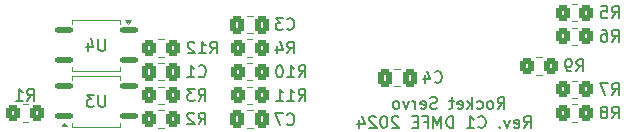
<source format=gbo>
G04 #@! TF.GenerationSoftware,KiCad,Pcbnew,8.0.5*
G04 #@! TF.CreationDate,2024-10-17T19:27:39-07:00*
G04 #@! TF.ProjectId,RocketServo,526f636b-6574-4536-9572-766f2e6b6963,B*
G04 #@! TF.SameCoordinates,Original*
G04 #@! TF.FileFunction,Legend,Bot*
G04 #@! TF.FilePolarity,Positive*
%FSLAX46Y46*%
G04 Gerber Fmt 4.6, Leading zero omitted, Abs format (unit mm)*
G04 Created by KiCad (PCBNEW 8.0.5) date 2024-10-17 19:27:39*
%MOMM*%
%LPD*%
G01*
G04 APERTURE LIST*
G04 Aperture macros list*
%AMRoundRect*
0 Rectangle with rounded corners*
0 $1 Rounding radius*
0 $2 $3 $4 $5 $6 $7 $8 $9 X,Y pos of 4 corners*
0 Add a 4 corners polygon primitive as box body*
4,1,4,$2,$3,$4,$5,$6,$7,$8,$9,$2,$3,0*
0 Add four circle primitives for the rounded corners*
1,1,$1+$1,$2,$3*
1,1,$1+$1,$4,$5*
1,1,$1+$1,$6,$7*
1,1,$1+$1,$8,$9*
0 Add four rect primitives between the rounded corners*
20,1,$1+$1,$2,$3,$4,$5,0*
20,1,$1+$1,$4,$5,$6,$7,0*
20,1,$1+$1,$6,$7,$8,$9,0*
20,1,$1+$1,$8,$9,$2,$3,0*%
G04 Aperture macros list end*
%ADD10C,0.150000*%
%ADD11C,0.120000*%
%ADD12R,1.700000X1.700000*%
%ADD13O,1.700000X1.700000*%
%ADD14R,1.600000X1.600000*%
%ADD15C,1.600000*%
%ADD16RoundRect,0.250000X0.350000X0.450000X-0.350000X0.450000X-0.350000X-0.450000X0.350000X-0.450000X0*%
%ADD17RoundRect,0.250000X0.337500X0.475000X-0.337500X0.475000X-0.337500X-0.475000X0.337500X-0.475000X0*%
%ADD18RoundRect,0.137500X0.587500X0.137500X-0.587500X0.137500X-0.587500X-0.137500X0.587500X-0.137500X0*%
%ADD19RoundRect,0.250000X-0.350000X-0.450000X0.350000X-0.450000X0.350000X0.450000X-0.350000X0.450000X0*%
%ADD20RoundRect,0.137500X-0.587500X-0.137500X0.587500X-0.137500X0.587500X0.137500X-0.587500X0.137500X0*%
%ADD21RoundRect,0.250000X-0.337500X-0.475000X0.337500X-0.475000X0.337500X0.475000X-0.337500X0.475000X0*%
G04 APERTURE END LIST*
D10*
X139500001Y-93649847D02*
X139833334Y-93173656D01*
X140071429Y-93649847D02*
X140071429Y-92649847D01*
X140071429Y-92649847D02*
X139690477Y-92649847D01*
X139690477Y-92649847D02*
X139595239Y-92697466D01*
X139595239Y-92697466D02*
X139547620Y-92745085D01*
X139547620Y-92745085D02*
X139500001Y-92840323D01*
X139500001Y-92840323D02*
X139500001Y-92983180D01*
X139500001Y-92983180D02*
X139547620Y-93078418D01*
X139547620Y-93078418D02*
X139595239Y-93126037D01*
X139595239Y-93126037D02*
X139690477Y-93173656D01*
X139690477Y-93173656D02*
X140071429Y-93173656D01*
X138928572Y-93649847D02*
X139023810Y-93602228D01*
X139023810Y-93602228D02*
X139071429Y-93554608D01*
X139071429Y-93554608D02*
X139119048Y-93459370D01*
X139119048Y-93459370D02*
X139119048Y-93173656D01*
X139119048Y-93173656D02*
X139071429Y-93078418D01*
X139071429Y-93078418D02*
X139023810Y-93030799D01*
X139023810Y-93030799D02*
X138928572Y-92983180D01*
X138928572Y-92983180D02*
X138785715Y-92983180D01*
X138785715Y-92983180D02*
X138690477Y-93030799D01*
X138690477Y-93030799D02*
X138642858Y-93078418D01*
X138642858Y-93078418D02*
X138595239Y-93173656D01*
X138595239Y-93173656D02*
X138595239Y-93459370D01*
X138595239Y-93459370D02*
X138642858Y-93554608D01*
X138642858Y-93554608D02*
X138690477Y-93602228D01*
X138690477Y-93602228D02*
X138785715Y-93649847D01*
X138785715Y-93649847D02*
X138928572Y-93649847D01*
X137738096Y-93602228D02*
X137833334Y-93649847D01*
X137833334Y-93649847D02*
X138023810Y-93649847D01*
X138023810Y-93649847D02*
X138119048Y-93602228D01*
X138119048Y-93602228D02*
X138166667Y-93554608D01*
X138166667Y-93554608D02*
X138214286Y-93459370D01*
X138214286Y-93459370D02*
X138214286Y-93173656D01*
X138214286Y-93173656D02*
X138166667Y-93078418D01*
X138166667Y-93078418D02*
X138119048Y-93030799D01*
X138119048Y-93030799D02*
X138023810Y-92983180D01*
X138023810Y-92983180D02*
X137833334Y-92983180D01*
X137833334Y-92983180D02*
X137738096Y-93030799D01*
X137309524Y-93649847D02*
X137309524Y-92649847D01*
X137214286Y-93268894D02*
X136928572Y-93649847D01*
X136928572Y-92983180D02*
X137309524Y-93364132D01*
X136119048Y-93602228D02*
X136214286Y-93649847D01*
X136214286Y-93649847D02*
X136404762Y-93649847D01*
X136404762Y-93649847D02*
X136500000Y-93602228D01*
X136500000Y-93602228D02*
X136547619Y-93506989D01*
X136547619Y-93506989D02*
X136547619Y-93126037D01*
X136547619Y-93126037D02*
X136500000Y-93030799D01*
X136500000Y-93030799D02*
X136404762Y-92983180D01*
X136404762Y-92983180D02*
X136214286Y-92983180D01*
X136214286Y-92983180D02*
X136119048Y-93030799D01*
X136119048Y-93030799D02*
X136071429Y-93126037D01*
X136071429Y-93126037D02*
X136071429Y-93221275D01*
X136071429Y-93221275D02*
X136547619Y-93316513D01*
X135785714Y-92983180D02*
X135404762Y-92983180D01*
X135642857Y-92649847D02*
X135642857Y-93506989D01*
X135642857Y-93506989D02*
X135595238Y-93602228D01*
X135595238Y-93602228D02*
X135500000Y-93649847D01*
X135500000Y-93649847D02*
X135404762Y-93649847D01*
X134357142Y-93602228D02*
X134214285Y-93649847D01*
X134214285Y-93649847D02*
X133976190Y-93649847D01*
X133976190Y-93649847D02*
X133880952Y-93602228D01*
X133880952Y-93602228D02*
X133833333Y-93554608D01*
X133833333Y-93554608D02*
X133785714Y-93459370D01*
X133785714Y-93459370D02*
X133785714Y-93364132D01*
X133785714Y-93364132D02*
X133833333Y-93268894D01*
X133833333Y-93268894D02*
X133880952Y-93221275D01*
X133880952Y-93221275D02*
X133976190Y-93173656D01*
X133976190Y-93173656D02*
X134166666Y-93126037D01*
X134166666Y-93126037D02*
X134261904Y-93078418D01*
X134261904Y-93078418D02*
X134309523Y-93030799D01*
X134309523Y-93030799D02*
X134357142Y-92935561D01*
X134357142Y-92935561D02*
X134357142Y-92840323D01*
X134357142Y-92840323D02*
X134309523Y-92745085D01*
X134309523Y-92745085D02*
X134261904Y-92697466D01*
X134261904Y-92697466D02*
X134166666Y-92649847D01*
X134166666Y-92649847D02*
X133928571Y-92649847D01*
X133928571Y-92649847D02*
X133785714Y-92697466D01*
X132976190Y-93602228D02*
X133071428Y-93649847D01*
X133071428Y-93649847D02*
X133261904Y-93649847D01*
X133261904Y-93649847D02*
X133357142Y-93602228D01*
X133357142Y-93602228D02*
X133404761Y-93506989D01*
X133404761Y-93506989D02*
X133404761Y-93126037D01*
X133404761Y-93126037D02*
X133357142Y-93030799D01*
X133357142Y-93030799D02*
X133261904Y-92983180D01*
X133261904Y-92983180D02*
X133071428Y-92983180D01*
X133071428Y-92983180D02*
X132976190Y-93030799D01*
X132976190Y-93030799D02*
X132928571Y-93126037D01*
X132928571Y-93126037D02*
X132928571Y-93221275D01*
X132928571Y-93221275D02*
X133404761Y-93316513D01*
X132499999Y-93649847D02*
X132499999Y-92983180D01*
X132499999Y-93173656D02*
X132452380Y-93078418D01*
X132452380Y-93078418D02*
X132404761Y-93030799D01*
X132404761Y-93030799D02*
X132309523Y-92983180D01*
X132309523Y-92983180D02*
X132214285Y-92983180D01*
X131976189Y-92983180D02*
X131738094Y-93649847D01*
X131738094Y-93649847D02*
X131499999Y-92983180D01*
X130976189Y-93649847D02*
X131071427Y-93602228D01*
X131071427Y-93602228D02*
X131119046Y-93554608D01*
X131119046Y-93554608D02*
X131166665Y-93459370D01*
X131166665Y-93459370D02*
X131166665Y-93173656D01*
X131166665Y-93173656D02*
X131119046Y-93078418D01*
X131119046Y-93078418D02*
X131071427Y-93030799D01*
X131071427Y-93030799D02*
X130976189Y-92983180D01*
X130976189Y-92983180D02*
X130833332Y-92983180D01*
X130833332Y-92983180D02*
X130738094Y-93030799D01*
X130738094Y-93030799D02*
X130690475Y-93078418D01*
X130690475Y-93078418D02*
X130642856Y-93173656D01*
X130642856Y-93173656D02*
X130642856Y-93459370D01*
X130642856Y-93459370D02*
X130690475Y-93554608D01*
X130690475Y-93554608D02*
X130738094Y-93602228D01*
X130738094Y-93602228D02*
X130833332Y-93649847D01*
X130833332Y-93649847D02*
X130976189Y-93649847D01*
X141714286Y-95259791D02*
X142047619Y-94783600D01*
X142285714Y-95259791D02*
X142285714Y-94259791D01*
X142285714Y-94259791D02*
X141904762Y-94259791D01*
X141904762Y-94259791D02*
X141809524Y-94307410D01*
X141809524Y-94307410D02*
X141761905Y-94355029D01*
X141761905Y-94355029D02*
X141714286Y-94450267D01*
X141714286Y-94450267D02*
X141714286Y-94593124D01*
X141714286Y-94593124D02*
X141761905Y-94688362D01*
X141761905Y-94688362D02*
X141809524Y-94735981D01*
X141809524Y-94735981D02*
X141904762Y-94783600D01*
X141904762Y-94783600D02*
X142285714Y-94783600D01*
X140904762Y-95212172D02*
X141000000Y-95259791D01*
X141000000Y-95259791D02*
X141190476Y-95259791D01*
X141190476Y-95259791D02*
X141285714Y-95212172D01*
X141285714Y-95212172D02*
X141333333Y-95116933D01*
X141333333Y-95116933D02*
X141333333Y-94735981D01*
X141333333Y-94735981D02*
X141285714Y-94640743D01*
X141285714Y-94640743D02*
X141190476Y-94593124D01*
X141190476Y-94593124D02*
X141000000Y-94593124D01*
X141000000Y-94593124D02*
X140904762Y-94640743D01*
X140904762Y-94640743D02*
X140857143Y-94735981D01*
X140857143Y-94735981D02*
X140857143Y-94831219D01*
X140857143Y-94831219D02*
X141333333Y-94926457D01*
X140523809Y-94593124D02*
X140285714Y-95259791D01*
X140285714Y-95259791D02*
X140047619Y-94593124D01*
X139666666Y-95164552D02*
X139619047Y-95212172D01*
X139619047Y-95212172D02*
X139666666Y-95259791D01*
X139666666Y-95259791D02*
X139714285Y-95212172D01*
X139714285Y-95212172D02*
X139666666Y-95164552D01*
X139666666Y-95164552D02*
X139666666Y-95259791D01*
X137857143Y-95164552D02*
X137904762Y-95212172D01*
X137904762Y-95212172D02*
X138047619Y-95259791D01*
X138047619Y-95259791D02*
X138142857Y-95259791D01*
X138142857Y-95259791D02*
X138285714Y-95212172D01*
X138285714Y-95212172D02*
X138380952Y-95116933D01*
X138380952Y-95116933D02*
X138428571Y-95021695D01*
X138428571Y-95021695D02*
X138476190Y-94831219D01*
X138476190Y-94831219D02*
X138476190Y-94688362D01*
X138476190Y-94688362D02*
X138428571Y-94497886D01*
X138428571Y-94497886D02*
X138380952Y-94402648D01*
X138380952Y-94402648D02*
X138285714Y-94307410D01*
X138285714Y-94307410D02*
X138142857Y-94259791D01*
X138142857Y-94259791D02*
X138047619Y-94259791D01*
X138047619Y-94259791D02*
X137904762Y-94307410D01*
X137904762Y-94307410D02*
X137857143Y-94355029D01*
X136904762Y-95259791D02*
X137476190Y-95259791D01*
X137190476Y-95259791D02*
X137190476Y-94259791D01*
X137190476Y-94259791D02*
X137285714Y-94402648D01*
X137285714Y-94402648D02*
X137380952Y-94497886D01*
X137380952Y-94497886D02*
X137476190Y-94545505D01*
X135714285Y-95259791D02*
X135714285Y-94259791D01*
X135714285Y-94259791D02*
X135476190Y-94259791D01*
X135476190Y-94259791D02*
X135333333Y-94307410D01*
X135333333Y-94307410D02*
X135238095Y-94402648D01*
X135238095Y-94402648D02*
X135190476Y-94497886D01*
X135190476Y-94497886D02*
X135142857Y-94688362D01*
X135142857Y-94688362D02*
X135142857Y-94831219D01*
X135142857Y-94831219D02*
X135190476Y-95021695D01*
X135190476Y-95021695D02*
X135238095Y-95116933D01*
X135238095Y-95116933D02*
X135333333Y-95212172D01*
X135333333Y-95212172D02*
X135476190Y-95259791D01*
X135476190Y-95259791D02*
X135714285Y-95259791D01*
X134714285Y-95259791D02*
X134714285Y-94259791D01*
X134714285Y-94259791D02*
X134380952Y-94974076D01*
X134380952Y-94974076D02*
X134047619Y-94259791D01*
X134047619Y-94259791D02*
X134047619Y-95259791D01*
X133238095Y-94735981D02*
X133571428Y-94735981D01*
X133571428Y-95259791D02*
X133571428Y-94259791D01*
X133571428Y-94259791D02*
X133095238Y-94259791D01*
X132714285Y-94735981D02*
X132380952Y-94735981D01*
X132238095Y-95259791D02*
X132714285Y-95259791D01*
X132714285Y-95259791D02*
X132714285Y-94259791D01*
X132714285Y-94259791D02*
X132238095Y-94259791D01*
X131095237Y-94355029D02*
X131047618Y-94307410D01*
X131047618Y-94307410D02*
X130952380Y-94259791D01*
X130952380Y-94259791D02*
X130714285Y-94259791D01*
X130714285Y-94259791D02*
X130619047Y-94307410D01*
X130619047Y-94307410D02*
X130571428Y-94355029D01*
X130571428Y-94355029D02*
X130523809Y-94450267D01*
X130523809Y-94450267D02*
X130523809Y-94545505D01*
X130523809Y-94545505D02*
X130571428Y-94688362D01*
X130571428Y-94688362D02*
X131142856Y-95259791D01*
X131142856Y-95259791D02*
X130523809Y-95259791D01*
X129904761Y-94259791D02*
X129809523Y-94259791D01*
X129809523Y-94259791D02*
X129714285Y-94307410D01*
X129714285Y-94307410D02*
X129666666Y-94355029D01*
X129666666Y-94355029D02*
X129619047Y-94450267D01*
X129619047Y-94450267D02*
X129571428Y-94640743D01*
X129571428Y-94640743D02*
X129571428Y-94878838D01*
X129571428Y-94878838D02*
X129619047Y-95069314D01*
X129619047Y-95069314D02*
X129666666Y-95164552D01*
X129666666Y-95164552D02*
X129714285Y-95212172D01*
X129714285Y-95212172D02*
X129809523Y-95259791D01*
X129809523Y-95259791D02*
X129904761Y-95259791D01*
X129904761Y-95259791D02*
X129999999Y-95212172D01*
X129999999Y-95212172D02*
X130047618Y-95164552D01*
X130047618Y-95164552D02*
X130095237Y-95069314D01*
X130095237Y-95069314D02*
X130142856Y-94878838D01*
X130142856Y-94878838D02*
X130142856Y-94640743D01*
X130142856Y-94640743D02*
X130095237Y-94450267D01*
X130095237Y-94450267D02*
X130047618Y-94355029D01*
X130047618Y-94355029D02*
X129999999Y-94307410D01*
X129999999Y-94307410D02*
X129904761Y-94259791D01*
X129190475Y-94355029D02*
X129142856Y-94307410D01*
X129142856Y-94307410D02*
X129047618Y-94259791D01*
X129047618Y-94259791D02*
X128809523Y-94259791D01*
X128809523Y-94259791D02*
X128714285Y-94307410D01*
X128714285Y-94307410D02*
X128666666Y-94355029D01*
X128666666Y-94355029D02*
X128619047Y-94450267D01*
X128619047Y-94450267D02*
X128619047Y-94545505D01*
X128619047Y-94545505D02*
X128666666Y-94688362D01*
X128666666Y-94688362D02*
X129238094Y-95259791D01*
X129238094Y-95259791D02*
X128619047Y-95259791D01*
X127761904Y-94593124D02*
X127761904Y-95259791D01*
X127999999Y-94212172D02*
X128238094Y-94926457D01*
X128238094Y-94926457D02*
X127619047Y-94926457D01*
X121666666Y-88954819D02*
X121999999Y-88478628D01*
X122238094Y-88954819D02*
X122238094Y-87954819D01*
X122238094Y-87954819D02*
X121857142Y-87954819D01*
X121857142Y-87954819D02*
X121761904Y-88002438D01*
X121761904Y-88002438D02*
X121714285Y-88050057D01*
X121714285Y-88050057D02*
X121666666Y-88145295D01*
X121666666Y-88145295D02*
X121666666Y-88288152D01*
X121666666Y-88288152D02*
X121714285Y-88383390D01*
X121714285Y-88383390D02*
X121761904Y-88431009D01*
X121761904Y-88431009D02*
X121857142Y-88478628D01*
X121857142Y-88478628D02*
X122238094Y-88478628D01*
X120809523Y-88288152D02*
X120809523Y-88954819D01*
X121047618Y-87907200D02*
X121285713Y-88621485D01*
X121285713Y-88621485D02*
X120666666Y-88621485D01*
X99666666Y-92954819D02*
X99999999Y-92478628D01*
X100238094Y-92954819D02*
X100238094Y-91954819D01*
X100238094Y-91954819D02*
X99857142Y-91954819D01*
X99857142Y-91954819D02*
X99761904Y-92002438D01*
X99761904Y-92002438D02*
X99714285Y-92050057D01*
X99714285Y-92050057D02*
X99666666Y-92145295D01*
X99666666Y-92145295D02*
X99666666Y-92288152D01*
X99666666Y-92288152D02*
X99714285Y-92383390D01*
X99714285Y-92383390D02*
X99761904Y-92431009D01*
X99761904Y-92431009D02*
X99857142Y-92478628D01*
X99857142Y-92478628D02*
X100238094Y-92478628D01*
X98714285Y-92954819D02*
X99285713Y-92954819D01*
X98999999Y-92954819D02*
X98999999Y-91954819D01*
X98999999Y-91954819D02*
X99095237Y-92097676D01*
X99095237Y-92097676D02*
X99190475Y-92192914D01*
X99190475Y-92192914D02*
X99285713Y-92240533D01*
X149166666Y-87954819D02*
X149499999Y-87478628D01*
X149738094Y-87954819D02*
X149738094Y-86954819D01*
X149738094Y-86954819D02*
X149357142Y-86954819D01*
X149357142Y-86954819D02*
X149261904Y-87002438D01*
X149261904Y-87002438D02*
X149214285Y-87050057D01*
X149214285Y-87050057D02*
X149166666Y-87145295D01*
X149166666Y-87145295D02*
X149166666Y-87288152D01*
X149166666Y-87288152D02*
X149214285Y-87383390D01*
X149214285Y-87383390D02*
X149261904Y-87431009D01*
X149261904Y-87431009D02*
X149357142Y-87478628D01*
X149357142Y-87478628D02*
X149738094Y-87478628D01*
X148309523Y-86954819D02*
X148499999Y-86954819D01*
X148499999Y-86954819D02*
X148595237Y-87002438D01*
X148595237Y-87002438D02*
X148642856Y-87050057D01*
X148642856Y-87050057D02*
X148738094Y-87192914D01*
X148738094Y-87192914D02*
X148785713Y-87383390D01*
X148785713Y-87383390D02*
X148785713Y-87764342D01*
X148785713Y-87764342D02*
X148738094Y-87859580D01*
X148738094Y-87859580D02*
X148690475Y-87907200D01*
X148690475Y-87907200D02*
X148595237Y-87954819D01*
X148595237Y-87954819D02*
X148404761Y-87954819D01*
X148404761Y-87954819D02*
X148309523Y-87907200D01*
X148309523Y-87907200D02*
X148261904Y-87859580D01*
X148261904Y-87859580D02*
X148214285Y-87764342D01*
X148214285Y-87764342D02*
X148214285Y-87526247D01*
X148214285Y-87526247D02*
X148261904Y-87431009D01*
X148261904Y-87431009D02*
X148309523Y-87383390D01*
X148309523Y-87383390D02*
X148404761Y-87335771D01*
X148404761Y-87335771D02*
X148595237Y-87335771D01*
X148595237Y-87335771D02*
X148690475Y-87383390D01*
X148690475Y-87383390D02*
X148738094Y-87431009D01*
X148738094Y-87431009D02*
X148785713Y-87526247D01*
X114166666Y-90859580D02*
X114214285Y-90907200D01*
X114214285Y-90907200D02*
X114357142Y-90954819D01*
X114357142Y-90954819D02*
X114452380Y-90954819D01*
X114452380Y-90954819D02*
X114595237Y-90907200D01*
X114595237Y-90907200D02*
X114690475Y-90811961D01*
X114690475Y-90811961D02*
X114738094Y-90716723D01*
X114738094Y-90716723D02*
X114785713Y-90526247D01*
X114785713Y-90526247D02*
X114785713Y-90383390D01*
X114785713Y-90383390D02*
X114738094Y-90192914D01*
X114738094Y-90192914D02*
X114690475Y-90097676D01*
X114690475Y-90097676D02*
X114595237Y-90002438D01*
X114595237Y-90002438D02*
X114452380Y-89954819D01*
X114452380Y-89954819D02*
X114357142Y-89954819D01*
X114357142Y-89954819D02*
X114214285Y-90002438D01*
X114214285Y-90002438D02*
X114166666Y-90050057D01*
X113214285Y-90954819D02*
X113785713Y-90954819D01*
X113499999Y-90954819D02*
X113499999Y-89954819D01*
X113499999Y-89954819D02*
X113595237Y-90097676D01*
X113595237Y-90097676D02*
X113690475Y-90192914D01*
X113690475Y-90192914D02*
X113785713Y-90240533D01*
X106261904Y-87724819D02*
X106261904Y-88534342D01*
X106261904Y-88534342D02*
X106214285Y-88629580D01*
X106214285Y-88629580D02*
X106166666Y-88677200D01*
X106166666Y-88677200D02*
X106071428Y-88724819D01*
X106071428Y-88724819D02*
X105880952Y-88724819D01*
X105880952Y-88724819D02*
X105785714Y-88677200D01*
X105785714Y-88677200D02*
X105738095Y-88629580D01*
X105738095Y-88629580D02*
X105690476Y-88534342D01*
X105690476Y-88534342D02*
X105690476Y-87724819D01*
X104785714Y-88058152D02*
X104785714Y-88724819D01*
X105023809Y-87677200D02*
X105261904Y-88391485D01*
X105261904Y-88391485D02*
X104642857Y-88391485D01*
X149166666Y-92454819D02*
X149499999Y-91978628D01*
X149738094Y-92454819D02*
X149738094Y-91454819D01*
X149738094Y-91454819D02*
X149357142Y-91454819D01*
X149357142Y-91454819D02*
X149261904Y-91502438D01*
X149261904Y-91502438D02*
X149214285Y-91550057D01*
X149214285Y-91550057D02*
X149166666Y-91645295D01*
X149166666Y-91645295D02*
X149166666Y-91788152D01*
X149166666Y-91788152D02*
X149214285Y-91883390D01*
X149214285Y-91883390D02*
X149261904Y-91931009D01*
X149261904Y-91931009D02*
X149357142Y-91978628D01*
X149357142Y-91978628D02*
X149738094Y-91978628D01*
X148833332Y-91454819D02*
X148166666Y-91454819D01*
X148166666Y-91454819D02*
X148595237Y-92454819D01*
X122642857Y-90954819D02*
X122976190Y-90478628D01*
X123214285Y-90954819D02*
X123214285Y-89954819D01*
X123214285Y-89954819D02*
X122833333Y-89954819D01*
X122833333Y-89954819D02*
X122738095Y-90002438D01*
X122738095Y-90002438D02*
X122690476Y-90050057D01*
X122690476Y-90050057D02*
X122642857Y-90145295D01*
X122642857Y-90145295D02*
X122642857Y-90288152D01*
X122642857Y-90288152D02*
X122690476Y-90383390D01*
X122690476Y-90383390D02*
X122738095Y-90431009D01*
X122738095Y-90431009D02*
X122833333Y-90478628D01*
X122833333Y-90478628D02*
X123214285Y-90478628D01*
X121690476Y-90954819D02*
X122261904Y-90954819D01*
X121976190Y-90954819D02*
X121976190Y-89954819D01*
X121976190Y-89954819D02*
X122071428Y-90097676D01*
X122071428Y-90097676D02*
X122166666Y-90192914D01*
X122166666Y-90192914D02*
X122261904Y-90240533D01*
X121071428Y-89954819D02*
X120976190Y-89954819D01*
X120976190Y-89954819D02*
X120880952Y-90002438D01*
X120880952Y-90002438D02*
X120833333Y-90050057D01*
X120833333Y-90050057D02*
X120785714Y-90145295D01*
X120785714Y-90145295D02*
X120738095Y-90335771D01*
X120738095Y-90335771D02*
X120738095Y-90573866D01*
X120738095Y-90573866D02*
X120785714Y-90764342D01*
X120785714Y-90764342D02*
X120833333Y-90859580D01*
X120833333Y-90859580D02*
X120880952Y-90907200D01*
X120880952Y-90907200D02*
X120976190Y-90954819D01*
X120976190Y-90954819D02*
X121071428Y-90954819D01*
X121071428Y-90954819D02*
X121166666Y-90907200D01*
X121166666Y-90907200D02*
X121214285Y-90859580D01*
X121214285Y-90859580D02*
X121261904Y-90764342D01*
X121261904Y-90764342D02*
X121309523Y-90573866D01*
X121309523Y-90573866D02*
X121309523Y-90335771D01*
X121309523Y-90335771D02*
X121261904Y-90145295D01*
X121261904Y-90145295D02*
X121214285Y-90050057D01*
X121214285Y-90050057D02*
X121166666Y-90002438D01*
X121166666Y-90002438D02*
X121071428Y-89954819D01*
X115142857Y-88954819D02*
X115476190Y-88478628D01*
X115714285Y-88954819D02*
X115714285Y-87954819D01*
X115714285Y-87954819D02*
X115333333Y-87954819D01*
X115333333Y-87954819D02*
X115238095Y-88002438D01*
X115238095Y-88002438D02*
X115190476Y-88050057D01*
X115190476Y-88050057D02*
X115142857Y-88145295D01*
X115142857Y-88145295D02*
X115142857Y-88288152D01*
X115142857Y-88288152D02*
X115190476Y-88383390D01*
X115190476Y-88383390D02*
X115238095Y-88431009D01*
X115238095Y-88431009D02*
X115333333Y-88478628D01*
X115333333Y-88478628D02*
X115714285Y-88478628D01*
X114190476Y-88954819D02*
X114761904Y-88954819D01*
X114476190Y-88954819D02*
X114476190Y-87954819D01*
X114476190Y-87954819D02*
X114571428Y-88097676D01*
X114571428Y-88097676D02*
X114666666Y-88192914D01*
X114666666Y-88192914D02*
X114761904Y-88240533D01*
X113809523Y-88050057D02*
X113761904Y-88002438D01*
X113761904Y-88002438D02*
X113666666Y-87954819D01*
X113666666Y-87954819D02*
X113428571Y-87954819D01*
X113428571Y-87954819D02*
X113333333Y-88002438D01*
X113333333Y-88002438D02*
X113285714Y-88050057D01*
X113285714Y-88050057D02*
X113238095Y-88145295D01*
X113238095Y-88145295D02*
X113238095Y-88240533D01*
X113238095Y-88240533D02*
X113285714Y-88383390D01*
X113285714Y-88383390D02*
X113857142Y-88954819D01*
X113857142Y-88954819D02*
X113238095Y-88954819D01*
X121666666Y-86859580D02*
X121714285Y-86907200D01*
X121714285Y-86907200D02*
X121857142Y-86954819D01*
X121857142Y-86954819D02*
X121952380Y-86954819D01*
X121952380Y-86954819D02*
X122095237Y-86907200D01*
X122095237Y-86907200D02*
X122190475Y-86811961D01*
X122190475Y-86811961D02*
X122238094Y-86716723D01*
X122238094Y-86716723D02*
X122285713Y-86526247D01*
X122285713Y-86526247D02*
X122285713Y-86383390D01*
X122285713Y-86383390D02*
X122238094Y-86192914D01*
X122238094Y-86192914D02*
X122190475Y-86097676D01*
X122190475Y-86097676D02*
X122095237Y-86002438D01*
X122095237Y-86002438D02*
X121952380Y-85954819D01*
X121952380Y-85954819D02*
X121857142Y-85954819D01*
X121857142Y-85954819D02*
X121714285Y-86002438D01*
X121714285Y-86002438D02*
X121666666Y-86050057D01*
X121333332Y-85954819D02*
X120714285Y-85954819D01*
X120714285Y-85954819D02*
X121047618Y-86335771D01*
X121047618Y-86335771D02*
X120904761Y-86335771D01*
X120904761Y-86335771D02*
X120809523Y-86383390D01*
X120809523Y-86383390D02*
X120761904Y-86431009D01*
X120761904Y-86431009D02*
X120714285Y-86526247D01*
X120714285Y-86526247D02*
X120714285Y-86764342D01*
X120714285Y-86764342D02*
X120761904Y-86859580D01*
X120761904Y-86859580D02*
X120809523Y-86907200D01*
X120809523Y-86907200D02*
X120904761Y-86954819D01*
X120904761Y-86954819D02*
X121190475Y-86954819D01*
X121190475Y-86954819D02*
X121285713Y-86907200D01*
X121285713Y-86907200D02*
X121333332Y-86859580D01*
X114166666Y-94954819D02*
X114499999Y-94478628D01*
X114738094Y-94954819D02*
X114738094Y-93954819D01*
X114738094Y-93954819D02*
X114357142Y-93954819D01*
X114357142Y-93954819D02*
X114261904Y-94002438D01*
X114261904Y-94002438D02*
X114214285Y-94050057D01*
X114214285Y-94050057D02*
X114166666Y-94145295D01*
X114166666Y-94145295D02*
X114166666Y-94288152D01*
X114166666Y-94288152D02*
X114214285Y-94383390D01*
X114214285Y-94383390D02*
X114261904Y-94431009D01*
X114261904Y-94431009D02*
X114357142Y-94478628D01*
X114357142Y-94478628D02*
X114738094Y-94478628D01*
X113785713Y-94050057D02*
X113738094Y-94002438D01*
X113738094Y-94002438D02*
X113642856Y-93954819D01*
X113642856Y-93954819D02*
X113404761Y-93954819D01*
X113404761Y-93954819D02*
X113309523Y-94002438D01*
X113309523Y-94002438D02*
X113261904Y-94050057D01*
X113261904Y-94050057D02*
X113214285Y-94145295D01*
X113214285Y-94145295D02*
X113214285Y-94240533D01*
X113214285Y-94240533D02*
X113261904Y-94383390D01*
X113261904Y-94383390D02*
X113833332Y-94954819D01*
X113833332Y-94954819D02*
X113214285Y-94954819D01*
X146166666Y-90454819D02*
X146499999Y-89978628D01*
X146738094Y-90454819D02*
X146738094Y-89454819D01*
X146738094Y-89454819D02*
X146357142Y-89454819D01*
X146357142Y-89454819D02*
X146261904Y-89502438D01*
X146261904Y-89502438D02*
X146214285Y-89550057D01*
X146214285Y-89550057D02*
X146166666Y-89645295D01*
X146166666Y-89645295D02*
X146166666Y-89788152D01*
X146166666Y-89788152D02*
X146214285Y-89883390D01*
X146214285Y-89883390D02*
X146261904Y-89931009D01*
X146261904Y-89931009D02*
X146357142Y-89978628D01*
X146357142Y-89978628D02*
X146738094Y-89978628D01*
X145690475Y-90454819D02*
X145499999Y-90454819D01*
X145499999Y-90454819D02*
X145404761Y-90407200D01*
X145404761Y-90407200D02*
X145357142Y-90359580D01*
X145357142Y-90359580D02*
X145261904Y-90216723D01*
X145261904Y-90216723D02*
X145214285Y-90026247D01*
X145214285Y-90026247D02*
X145214285Y-89645295D01*
X145214285Y-89645295D02*
X145261904Y-89550057D01*
X145261904Y-89550057D02*
X145309523Y-89502438D01*
X145309523Y-89502438D02*
X145404761Y-89454819D01*
X145404761Y-89454819D02*
X145595237Y-89454819D01*
X145595237Y-89454819D02*
X145690475Y-89502438D01*
X145690475Y-89502438D02*
X145738094Y-89550057D01*
X145738094Y-89550057D02*
X145785713Y-89645295D01*
X145785713Y-89645295D02*
X145785713Y-89883390D01*
X145785713Y-89883390D02*
X145738094Y-89978628D01*
X145738094Y-89978628D02*
X145690475Y-90026247D01*
X145690475Y-90026247D02*
X145595237Y-90073866D01*
X145595237Y-90073866D02*
X145404761Y-90073866D01*
X145404761Y-90073866D02*
X145309523Y-90026247D01*
X145309523Y-90026247D02*
X145261904Y-89978628D01*
X145261904Y-89978628D02*
X145214285Y-89883390D01*
X122642857Y-92954819D02*
X122976190Y-92478628D01*
X123214285Y-92954819D02*
X123214285Y-91954819D01*
X123214285Y-91954819D02*
X122833333Y-91954819D01*
X122833333Y-91954819D02*
X122738095Y-92002438D01*
X122738095Y-92002438D02*
X122690476Y-92050057D01*
X122690476Y-92050057D02*
X122642857Y-92145295D01*
X122642857Y-92145295D02*
X122642857Y-92288152D01*
X122642857Y-92288152D02*
X122690476Y-92383390D01*
X122690476Y-92383390D02*
X122738095Y-92431009D01*
X122738095Y-92431009D02*
X122833333Y-92478628D01*
X122833333Y-92478628D02*
X123214285Y-92478628D01*
X121690476Y-92954819D02*
X122261904Y-92954819D01*
X121976190Y-92954819D02*
X121976190Y-91954819D01*
X121976190Y-91954819D02*
X122071428Y-92097676D01*
X122071428Y-92097676D02*
X122166666Y-92192914D01*
X122166666Y-92192914D02*
X122261904Y-92240533D01*
X120738095Y-92954819D02*
X121309523Y-92954819D01*
X121023809Y-92954819D02*
X121023809Y-91954819D01*
X121023809Y-91954819D02*
X121119047Y-92097676D01*
X121119047Y-92097676D02*
X121214285Y-92192914D01*
X121214285Y-92192914D02*
X121309523Y-92240533D01*
X149166666Y-94454819D02*
X149499999Y-93978628D01*
X149738094Y-94454819D02*
X149738094Y-93454819D01*
X149738094Y-93454819D02*
X149357142Y-93454819D01*
X149357142Y-93454819D02*
X149261904Y-93502438D01*
X149261904Y-93502438D02*
X149214285Y-93550057D01*
X149214285Y-93550057D02*
X149166666Y-93645295D01*
X149166666Y-93645295D02*
X149166666Y-93788152D01*
X149166666Y-93788152D02*
X149214285Y-93883390D01*
X149214285Y-93883390D02*
X149261904Y-93931009D01*
X149261904Y-93931009D02*
X149357142Y-93978628D01*
X149357142Y-93978628D02*
X149738094Y-93978628D01*
X148595237Y-93883390D02*
X148690475Y-93835771D01*
X148690475Y-93835771D02*
X148738094Y-93788152D01*
X148738094Y-93788152D02*
X148785713Y-93692914D01*
X148785713Y-93692914D02*
X148785713Y-93645295D01*
X148785713Y-93645295D02*
X148738094Y-93550057D01*
X148738094Y-93550057D02*
X148690475Y-93502438D01*
X148690475Y-93502438D02*
X148595237Y-93454819D01*
X148595237Y-93454819D02*
X148404761Y-93454819D01*
X148404761Y-93454819D02*
X148309523Y-93502438D01*
X148309523Y-93502438D02*
X148261904Y-93550057D01*
X148261904Y-93550057D02*
X148214285Y-93645295D01*
X148214285Y-93645295D02*
X148214285Y-93692914D01*
X148214285Y-93692914D02*
X148261904Y-93788152D01*
X148261904Y-93788152D02*
X148309523Y-93835771D01*
X148309523Y-93835771D02*
X148404761Y-93883390D01*
X148404761Y-93883390D02*
X148595237Y-93883390D01*
X148595237Y-93883390D02*
X148690475Y-93931009D01*
X148690475Y-93931009D02*
X148738094Y-93978628D01*
X148738094Y-93978628D02*
X148785713Y-94073866D01*
X148785713Y-94073866D02*
X148785713Y-94264342D01*
X148785713Y-94264342D02*
X148738094Y-94359580D01*
X148738094Y-94359580D02*
X148690475Y-94407200D01*
X148690475Y-94407200D02*
X148595237Y-94454819D01*
X148595237Y-94454819D02*
X148404761Y-94454819D01*
X148404761Y-94454819D02*
X148309523Y-94407200D01*
X148309523Y-94407200D02*
X148261904Y-94359580D01*
X148261904Y-94359580D02*
X148214285Y-94264342D01*
X148214285Y-94264342D02*
X148214285Y-94073866D01*
X148214285Y-94073866D02*
X148261904Y-93978628D01*
X148261904Y-93978628D02*
X148309523Y-93931009D01*
X148309523Y-93931009D02*
X148404761Y-93883390D01*
X121666666Y-94939580D02*
X121714285Y-94987200D01*
X121714285Y-94987200D02*
X121857142Y-95034819D01*
X121857142Y-95034819D02*
X121952380Y-95034819D01*
X121952380Y-95034819D02*
X122095237Y-94987200D01*
X122095237Y-94987200D02*
X122190475Y-94891961D01*
X122190475Y-94891961D02*
X122238094Y-94796723D01*
X122238094Y-94796723D02*
X122285713Y-94606247D01*
X122285713Y-94606247D02*
X122285713Y-94463390D01*
X122285713Y-94463390D02*
X122238094Y-94272914D01*
X122238094Y-94272914D02*
X122190475Y-94177676D01*
X122190475Y-94177676D02*
X122095237Y-94082438D01*
X122095237Y-94082438D02*
X121952380Y-94034819D01*
X121952380Y-94034819D02*
X121857142Y-94034819D01*
X121857142Y-94034819D02*
X121714285Y-94082438D01*
X121714285Y-94082438D02*
X121666666Y-94130057D01*
X121333332Y-94034819D02*
X120666666Y-94034819D01*
X120666666Y-94034819D02*
X121095237Y-95034819D01*
X149166666Y-85954819D02*
X149499999Y-85478628D01*
X149738094Y-85954819D02*
X149738094Y-84954819D01*
X149738094Y-84954819D02*
X149357142Y-84954819D01*
X149357142Y-84954819D02*
X149261904Y-85002438D01*
X149261904Y-85002438D02*
X149214285Y-85050057D01*
X149214285Y-85050057D02*
X149166666Y-85145295D01*
X149166666Y-85145295D02*
X149166666Y-85288152D01*
X149166666Y-85288152D02*
X149214285Y-85383390D01*
X149214285Y-85383390D02*
X149261904Y-85431009D01*
X149261904Y-85431009D02*
X149357142Y-85478628D01*
X149357142Y-85478628D02*
X149738094Y-85478628D01*
X148261904Y-84954819D02*
X148738094Y-84954819D01*
X148738094Y-84954819D02*
X148785713Y-85431009D01*
X148785713Y-85431009D02*
X148738094Y-85383390D01*
X148738094Y-85383390D02*
X148642856Y-85335771D01*
X148642856Y-85335771D02*
X148404761Y-85335771D01*
X148404761Y-85335771D02*
X148309523Y-85383390D01*
X148309523Y-85383390D02*
X148261904Y-85431009D01*
X148261904Y-85431009D02*
X148214285Y-85526247D01*
X148214285Y-85526247D02*
X148214285Y-85764342D01*
X148214285Y-85764342D02*
X148261904Y-85859580D01*
X148261904Y-85859580D02*
X148309523Y-85907200D01*
X148309523Y-85907200D02*
X148404761Y-85954819D01*
X148404761Y-85954819D02*
X148642856Y-85954819D01*
X148642856Y-85954819D02*
X148738094Y-85907200D01*
X148738094Y-85907200D02*
X148785713Y-85859580D01*
X106261904Y-92454819D02*
X106261904Y-93264342D01*
X106261904Y-93264342D02*
X106214285Y-93359580D01*
X106214285Y-93359580D02*
X106166666Y-93407200D01*
X106166666Y-93407200D02*
X106071428Y-93454819D01*
X106071428Y-93454819D02*
X105880952Y-93454819D01*
X105880952Y-93454819D02*
X105785714Y-93407200D01*
X105785714Y-93407200D02*
X105738095Y-93359580D01*
X105738095Y-93359580D02*
X105690476Y-93264342D01*
X105690476Y-93264342D02*
X105690476Y-92454819D01*
X105309523Y-92454819D02*
X104690476Y-92454819D01*
X104690476Y-92454819D02*
X105023809Y-92835771D01*
X105023809Y-92835771D02*
X104880952Y-92835771D01*
X104880952Y-92835771D02*
X104785714Y-92883390D01*
X104785714Y-92883390D02*
X104738095Y-92931009D01*
X104738095Y-92931009D02*
X104690476Y-93026247D01*
X104690476Y-93026247D02*
X104690476Y-93264342D01*
X104690476Y-93264342D02*
X104738095Y-93359580D01*
X104738095Y-93359580D02*
X104785714Y-93407200D01*
X104785714Y-93407200D02*
X104880952Y-93454819D01*
X104880952Y-93454819D02*
X105166666Y-93454819D01*
X105166666Y-93454819D02*
X105261904Y-93407200D01*
X105261904Y-93407200D02*
X105309523Y-93359580D01*
X114166666Y-92954819D02*
X114499999Y-92478628D01*
X114738094Y-92954819D02*
X114738094Y-91954819D01*
X114738094Y-91954819D02*
X114357142Y-91954819D01*
X114357142Y-91954819D02*
X114261904Y-92002438D01*
X114261904Y-92002438D02*
X114214285Y-92050057D01*
X114214285Y-92050057D02*
X114166666Y-92145295D01*
X114166666Y-92145295D02*
X114166666Y-92288152D01*
X114166666Y-92288152D02*
X114214285Y-92383390D01*
X114214285Y-92383390D02*
X114261904Y-92431009D01*
X114261904Y-92431009D02*
X114357142Y-92478628D01*
X114357142Y-92478628D02*
X114738094Y-92478628D01*
X113833332Y-91954819D02*
X113214285Y-91954819D01*
X113214285Y-91954819D02*
X113547618Y-92335771D01*
X113547618Y-92335771D02*
X113404761Y-92335771D01*
X113404761Y-92335771D02*
X113309523Y-92383390D01*
X113309523Y-92383390D02*
X113261904Y-92431009D01*
X113261904Y-92431009D02*
X113214285Y-92526247D01*
X113214285Y-92526247D02*
X113214285Y-92764342D01*
X113214285Y-92764342D02*
X113261904Y-92859580D01*
X113261904Y-92859580D02*
X113309523Y-92907200D01*
X113309523Y-92907200D02*
X113404761Y-92954819D01*
X113404761Y-92954819D02*
X113690475Y-92954819D01*
X113690475Y-92954819D02*
X113785713Y-92907200D01*
X113785713Y-92907200D02*
X113833332Y-92859580D01*
X134166666Y-91359580D02*
X134214285Y-91407200D01*
X134214285Y-91407200D02*
X134357142Y-91454819D01*
X134357142Y-91454819D02*
X134452380Y-91454819D01*
X134452380Y-91454819D02*
X134595237Y-91407200D01*
X134595237Y-91407200D02*
X134690475Y-91311961D01*
X134690475Y-91311961D02*
X134738094Y-91216723D01*
X134738094Y-91216723D02*
X134785713Y-91026247D01*
X134785713Y-91026247D02*
X134785713Y-90883390D01*
X134785713Y-90883390D02*
X134738094Y-90692914D01*
X134738094Y-90692914D02*
X134690475Y-90597676D01*
X134690475Y-90597676D02*
X134595237Y-90502438D01*
X134595237Y-90502438D02*
X134452380Y-90454819D01*
X134452380Y-90454819D02*
X134357142Y-90454819D01*
X134357142Y-90454819D02*
X134214285Y-90502438D01*
X134214285Y-90502438D02*
X134166666Y-90550057D01*
X133309523Y-90788152D02*
X133309523Y-91454819D01*
X133547618Y-90407200D02*
X133785713Y-91121485D01*
X133785713Y-91121485D02*
X133166666Y-91121485D01*
D11*
X118272936Y-87765000D02*
X118727064Y-87765000D01*
X118272936Y-89235000D02*
X118727064Y-89235000D01*
X99272936Y-93265000D02*
X99727064Y-93265000D01*
X99272936Y-94735000D02*
X99727064Y-94735000D01*
X145772936Y-86765000D02*
X146227064Y-86765000D01*
X145772936Y-88235000D02*
X146227064Y-88235000D01*
X110738748Y-89765000D02*
X111261252Y-89765000D01*
X110738748Y-91235000D02*
X111261252Y-91235000D01*
X103490000Y-86110000D02*
X105500000Y-86110000D01*
X103490000Y-86465000D02*
X103490000Y-86110000D01*
X103490000Y-90075000D02*
X103490000Y-90430000D01*
X103490000Y-90430000D02*
X105500000Y-90430000D01*
X107510000Y-86110000D02*
X105500000Y-86110000D01*
X107510000Y-86465000D02*
X107510000Y-86110000D01*
X107510000Y-90075000D02*
X107510000Y-90430000D01*
X107510000Y-90430000D02*
X105500000Y-90430000D01*
X108187500Y-86465000D02*
X107947500Y-86135000D01*
X108427500Y-86135000D01*
X108187500Y-86465000D01*
G36*
X108187500Y-86465000D02*
G01*
X107947500Y-86135000D01*
X108427500Y-86135000D01*
X108187500Y-86465000D01*
G37*
X145772936Y-91265000D02*
X146227064Y-91265000D01*
X145772936Y-92735000D02*
X146227064Y-92735000D01*
X118272936Y-89765000D02*
X118727064Y-89765000D01*
X118272936Y-91235000D02*
X118727064Y-91235000D01*
X110772936Y-87765000D02*
X111227064Y-87765000D01*
X110772936Y-89235000D02*
X111227064Y-89235000D01*
X118238748Y-85765000D02*
X118761252Y-85765000D01*
X118238748Y-87235000D02*
X118761252Y-87235000D01*
X110772936Y-93765000D02*
X111227064Y-93765000D01*
X110772936Y-95235000D02*
X111227064Y-95235000D01*
X143227064Y-89265000D02*
X142772936Y-89265000D01*
X143227064Y-90735000D02*
X142772936Y-90735000D01*
X118727064Y-91765000D02*
X118272936Y-91765000D01*
X118727064Y-93235000D02*
X118272936Y-93235000D01*
X145772936Y-93265000D02*
X146227064Y-93265000D01*
X145772936Y-94735000D02*
X146227064Y-94735000D01*
X118238748Y-93765000D02*
X118761252Y-93765000D01*
X118238748Y-95235000D02*
X118761252Y-95235000D01*
X145772936Y-84765000D02*
X146227064Y-84765000D01*
X145772936Y-86235000D02*
X146227064Y-86235000D01*
X103490000Y-90840000D02*
X105500000Y-90840000D01*
X103490000Y-91195000D02*
X103490000Y-90840000D01*
X103490000Y-94805000D02*
X103490000Y-95160000D01*
X103490000Y-95160000D02*
X105500000Y-95160000D01*
X107510000Y-90840000D02*
X105500000Y-90840000D01*
X107510000Y-91195000D02*
X107510000Y-90840000D01*
X107510000Y-94805000D02*
X107510000Y-95160000D01*
X107510000Y-95160000D02*
X105500000Y-95160000D01*
X103052500Y-95135000D02*
X102572500Y-95135000D01*
X102812500Y-94805000D01*
X103052500Y-95135000D01*
G36*
X103052500Y-95135000D02*
G01*
X102572500Y-95135000D01*
X102812500Y-94805000D01*
X103052500Y-95135000D01*
G37*
X111227064Y-91765000D02*
X110772936Y-91765000D01*
X111227064Y-93235000D02*
X110772936Y-93235000D01*
X131261252Y-90265000D02*
X130738748Y-90265000D01*
X131261252Y-91735000D02*
X130738748Y-91735000D01*
%LPC*%
D12*
X135500000Y-88040000D03*
D13*
X135500000Y-85500000D03*
X135500000Y-82960000D03*
D14*
X100500000Y-88500000D03*
D15*
X98500000Y-88500000D03*
D12*
X94000000Y-93775000D03*
D13*
X94000000Y-91235000D03*
D12*
X94000000Y-84725000D03*
D13*
X94000000Y-87265000D03*
D14*
X129500000Y-86500000D03*
D15*
X129500000Y-84000000D03*
D12*
X139500000Y-83225000D03*
D13*
X139500000Y-85765000D03*
D16*
X119500000Y-88500000D03*
X117500000Y-88500000D03*
X100500000Y-94000000D03*
X98500000Y-94000000D03*
X147000000Y-87500000D03*
X145000000Y-87500000D03*
D17*
X112037500Y-90500000D03*
X109962500Y-90500000D03*
D18*
X108250000Y-87000000D03*
X108250000Y-89540000D03*
X102750000Y-89540000D03*
X102750000Y-87000000D03*
D16*
X147000000Y-92000000D03*
X145000000Y-92000000D03*
X119500000Y-90500000D03*
X117500000Y-90500000D03*
X112000000Y-88500000D03*
X110000000Y-88500000D03*
D17*
X119537500Y-86500000D03*
X117462500Y-86500000D03*
D16*
X112000000Y-94500000D03*
X110000000Y-94500000D03*
D19*
X142000000Y-90000000D03*
X144000000Y-90000000D03*
X117500000Y-92500000D03*
X119500000Y-92500000D03*
D16*
X147000000Y-94000000D03*
X145000000Y-94000000D03*
D17*
X119537500Y-94500000D03*
X117462500Y-94500000D03*
D16*
X147000000Y-85500000D03*
X145000000Y-85500000D03*
D20*
X102750000Y-94270000D03*
X102750000Y-91730000D03*
X108250000Y-91730000D03*
X108250000Y-94270000D03*
D19*
X110000000Y-92500000D03*
X112000000Y-92500000D03*
D21*
X129962500Y-91000000D03*
X132037500Y-91000000D03*
%LPD*%
M02*

</source>
